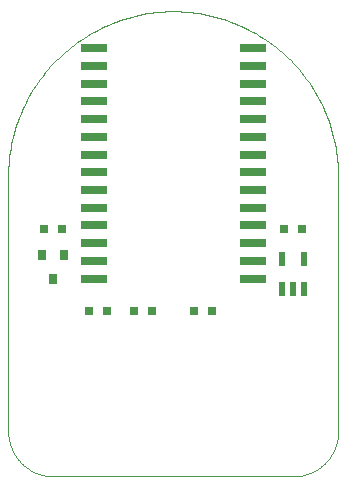
<source format=gtp>
G75*
%MOIN*%
%OFA0B0*%
%FSLAX25Y25*%
%IPPOS*%
%LPD*%
%AMOC8*
5,1,8,0,0,1.08239X$1,22.5*
%
%ADD10R,0.03150X0.03543*%
%ADD11C,0.00000*%
%ADD12R,0.02165X0.04724*%
%ADD13R,0.08661X0.03150*%
%ADD14R,0.03150X0.03150*%
D10*
X0021800Y0084675D03*
X0018060Y0092943D03*
X0025540Y0092943D03*
D11*
X0006800Y0119006D02*
X0006800Y0034006D01*
X0006804Y0033644D01*
X0006818Y0033281D01*
X0006839Y0032919D01*
X0006870Y0032558D01*
X0006909Y0032198D01*
X0006957Y0031839D01*
X0007014Y0031481D01*
X0007079Y0031124D01*
X0007153Y0030769D01*
X0007236Y0030416D01*
X0007327Y0030065D01*
X0007426Y0029717D01*
X0007534Y0029371D01*
X0007650Y0029027D01*
X0007775Y0028687D01*
X0007907Y0028350D01*
X0008048Y0028016D01*
X0008197Y0027685D01*
X0008354Y0027358D01*
X0008518Y0027035D01*
X0008690Y0026716D01*
X0008870Y0026402D01*
X0009058Y0026091D01*
X0009253Y0025786D01*
X0009455Y0025485D01*
X0009665Y0025189D01*
X0009881Y0024899D01*
X0010105Y0024613D01*
X0010335Y0024333D01*
X0010572Y0024059D01*
X0010816Y0023791D01*
X0011066Y0023528D01*
X0011322Y0023272D01*
X0011585Y0023022D01*
X0011853Y0022778D01*
X0012127Y0022541D01*
X0012407Y0022311D01*
X0012693Y0022087D01*
X0012983Y0021871D01*
X0013279Y0021661D01*
X0013580Y0021459D01*
X0013885Y0021264D01*
X0014196Y0021076D01*
X0014510Y0020896D01*
X0014829Y0020724D01*
X0015152Y0020560D01*
X0015479Y0020403D01*
X0015810Y0020254D01*
X0016144Y0020113D01*
X0016481Y0019981D01*
X0016821Y0019856D01*
X0017165Y0019740D01*
X0017511Y0019632D01*
X0017859Y0019533D01*
X0018210Y0019442D01*
X0018563Y0019359D01*
X0018918Y0019285D01*
X0019275Y0019220D01*
X0019633Y0019163D01*
X0019992Y0019115D01*
X0020352Y0019076D01*
X0020713Y0019045D01*
X0021075Y0019024D01*
X0021438Y0019010D01*
X0021800Y0019006D01*
X0101800Y0019006D01*
X0102162Y0019010D01*
X0102525Y0019024D01*
X0102887Y0019045D01*
X0103248Y0019076D01*
X0103608Y0019115D01*
X0103967Y0019163D01*
X0104325Y0019220D01*
X0104682Y0019285D01*
X0105037Y0019359D01*
X0105390Y0019442D01*
X0105741Y0019533D01*
X0106089Y0019632D01*
X0106435Y0019740D01*
X0106779Y0019856D01*
X0107119Y0019981D01*
X0107456Y0020113D01*
X0107790Y0020254D01*
X0108121Y0020403D01*
X0108448Y0020560D01*
X0108771Y0020724D01*
X0109090Y0020896D01*
X0109404Y0021076D01*
X0109715Y0021264D01*
X0110020Y0021459D01*
X0110321Y0021661D01*
X0110617Y0021871D01*
X0110907Y0022087D01*
X0111193Y0022311D01*
X0111473Y0022541D01*
X0111747Y0022778D01*
X0112015Y0023022D01*
X0112278Y0023272D01*
X0112534Y0023528D01*
X0112784Y0023791D01*
X0113028Y0024059D01*
X0113265Y0024333D01*
X0113495Y0024613D01*
X0113719Y0024899D01*
X0113935Y0025189D01*
X0114145Y0025485D01*
X0114347Y0025786D01*
X0114542Y0026091D01*
X0114730Y0026402D01*
X0114910Y0026716D01*
X0115082Y0027035D01*
X0115246Y0027358D01*
X0115403Y0027685D01*
X0115552Y0028016D01*
X0115693Y0028350D01*
X0115825Y0028687D01*
X0115950Y0029027D01*
X0116066Y0029371D01*
X0116174Y0029717D01*
X0116273Y0030065D01*
X0116364Y0030416D01*
X0116447Y0030769D01*
X0116521Y0031124D01*
X0116586Y0031481D01*
X0116643Y0031839D01*
X0116691Y0032198D01*
X0116730Y0032558D01*
X0116761Y0032919D01*
X0116782Y0033281D01*
X0116796Y0033644D01*
X0116800Y0034006D01*
X0116800Y0119006D01*
X0116784Y0120345D01*
X0116735Y0121684D01*
X0116653Y0123021D01*
X0116539Y0124355D01*
X0116393Y0125687D01*
X0116214Y0127014D01*
X0116003Y0128337D01*
X0115759Y0129654D01*
X0115484Y0130965D01*
X0115177Y0132268D01*
X0114838Y0133564D01*
X0114468Y0134851D01*
X0114067Y0136129D01*
X0113634Y0137397D01*
X0113171Y0138654D01*
X0112677Y0139899D01*
X0112153Y0141132D01*
X0111600Y0142351D01*
X0111016Y0143557D01*
X0110404Y0144748D01*
X0109763Y0145924D01*
X0109093Y0147084D01*
X0108395Y0148227D01*
X0107670Y0149353D01*
X0106917Y0150461D01*
X0106138Y0151551D01*
X0105332Y0152621D01*
X0104501Y0153671D01*
X0103644Y0154700D01*
X0102762Y0155709D01*
X0101857Y0156695D01*
X0100927Y0157659D01*
X0099974Y0158601D01*
X0098999Y0159519D01*
X0098001Y0160412D01*
X0096982Y0161282D01*
X0095942Y0162126D01*
X0094882Y0162944D01*
X0093802Y0163737D01*
X0092704Y0164503D01*
X0091586Y0165242D01*
X0090452Y0165954D01*
X0089300Y0166637D01*
X0088132Y0167293D01*
X0086948Y0167920D01*
X0085750Y0168518D01*
X0084537Y0169086D01*
X0083311Y0169625D01*
X0082072Y0170134D01*
X0080821Y0170612D01*
X0079558Y0171060D01*
X0078286Y0171477D01*
X0077003Y0171863D01*
X0075711Y0172218D01*
X0074411Y0172541D01*
X0073104Y0172832D01*
X0071790Y0173091D01*
X0070470Y0173318D01*
X0069145Y0173513D01*
X0067815Y0173676D01*
X0066482Y0173806D01*
X0065147Y0173904D01*
X0063809Y0173969D01*
X0062470Y0174002D01*
X0061130Y0174002D01*
X0059791Y0173969D01*
X0058453Y0173904D01*
X0057118Y0173806D01*
X0055785Y0173676D01*
X0054455Y0173513D01*
X0053130Y0173318D01*
X0051810Y0173091D01*
X0050496Y0172832D01*
X0049189Y0172541D01*
X0047889Y0172218D01*
X0046597Y0171863D01*
X0045314Y0171477D01*
X0044042Y0171060D01*
X0042779Y0170612D01*
X0041528Y0170134D01*
X0040289Y0169625D01*
X0039063Y0169086D01*
X0037850Y0168518D01*
X0036652Y0167920D01*
X0035468Y0167293D01*
X0034300Y0166637D01*
X0033148Y0165954D01*
X0032014Y0165242D01*
X0030896Y0164503D01*
X0029798Y0163737D01*
X0028718Y0162944D01*
X0027658Y0162126D01*
X0026618Y0161282D01*
X0025599Y0160412D01*
X0024601Y0159519D01*
X0023626Y0158601D01*
X0022673Y0157659D01*
X0021743Y0156695D01*
X0020838Y0155709D01*
X0019956Y0154700D01*
X0019099Y0153671D01*
X0018268Y0152621D01*
X0017462Y0151551D01*
X0016683Y0150461D01*
X0015930Y0149353D01*
X0015205Y0148227D01*
X0014507Y0147084D01*
X0013837Y0145924D01*
X0013196Y0144748D01*
X0012584Y0143557D01*
X0012000Y0142351D01*
X0011447Y0141132D01*
X0010923Y0139899D01*
X0010429Y0138654D01*
X0009966Y0137397D01*
X0009533Y0136129D01*
X0009132Y0134851D01*
X0008762Y0133564D01*
X0008423Y0132268D01*
X0008116Y0130965D01*
X0007841Y0129654D01*
X0007597Y0128337D01*
X0007386Y0127014D01*
X0007207Y0125687D01*
X0007061Y0124355D01*
X0006947Y0123021D01*
X0006865Y0121684D01*
X0006816Y0120345D01*
X0006800Y0119006D01*
D12*
X0098060Y0091624D03*
X0098060Y0081388D03*
X0101800Y0081388D03*
X0105540Y0081388D03*
X0105540Y0091624D03*
D13*
X0088375Y0090856D03*
X0088375Y0084951D03*
X0088375Y0096762D03*
X0088375Y0102667D03*
X0088375Y0108573D03*
X0088375Y0114478D03*
X0088375Y0120384D03*
X0088375Y0126289D03*
X0088375Y0132195D03*
X0088375Y0138100D03*
X0088375Y0144006D03*
X0088375Y0149911D03*
X0088375Y0155817D03*
X0088375Y0161722D03*
X0035225Y0161722D03*
X0035225Y0155817D03*
X0035225Y0149911D03*
X0035225Y0144006D03*
X0035225Y0138100D03*
X0035225Y0132195D03*
X0035225Y0126289D03*
X0035225Y0120384D03*
X0035225Y0114478D03*
X0035225Y0108573D03*
X0035225Y0102667D03*
X0035225Y0096762D03*
X0035225Y0090856D03*
X0035225Y0084951D03*
D14*
X0033847Y0074006D03*
X0039753Y0074006D03*
X0048847Y0074006D03*
X0054753Y0074006D03*
X0068847Y0074006D03*
X0074753Y0074006D03*
X0098847Y0101506D03*
X0104753Y0101506D03*
X0024753Y0101506D03*
X0018847Y0101506D03*
M02*

</source>
